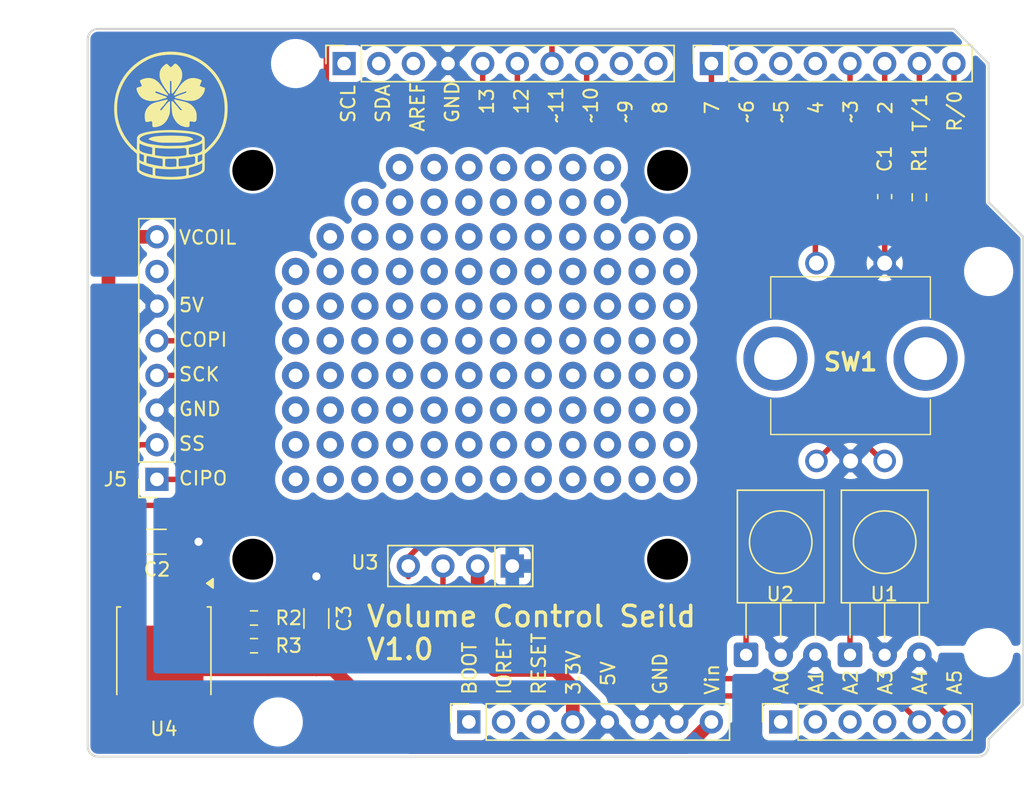
<source format=kicad_pcb>
(kicad_pcb (version 20241229) (generator "pcbnew") (generator_version "9.0")
  (title_block (date "mar. 31 mars 2015"))
  (layers (0 "F.Cu" signal) (2 "B.Cu" signal) (13 "F.Paste" user) (15 "B.Paste" user) (5 "F.SilkS" user "F.Silkscreen") (7 "B.SilkS" user "B.Silkscreen") (1 "F.Mask" user) (3 "B.Mask" user) (25 "Edge.Cuts" user))
  (net 0 "")
  (net 1 "GND")
  (net 3 "+5V")
  (net 4 "/IOREF")
  (net 5 "/A0")
  (net 6 "/A1")
  (net 7 "/A2")
  (net 8 "/A3")
  (net 9 "/7")
  (net 10 "/4")
  (net 11 "/2")
  (net 12 "/*6")
  (net 13 "/*5")
  (net 14 "/*3")
  (net 15 "+3.3V")
  (net 16 "/Vin")
  (net 17 "/~{RESET}")
  (net 18 "/A5")
  (net 19 "/A4")
  (net 20 "/1")
  (net 21 "/0")
  (net 22 "Net-(U2-OUT)")
  (net 23 "/COPI")
  (net 24 "/AREF")
  (net 25 "/13")
  (net 26 "/SCL")
  (net 27 "/SS")
  (net 28 "/~9")
  (net 29 "/SDA")
  (net 30 "/12")
  (net 31 "/8")
  (net 33 "/VCOIL")
  (net 34 "Net-(U4-ADJ)")
  (footprint "Connector_PinSocket_2.54mm:PinSocket_1x08_P2.54mm_Vertical" (layer "F.Cu") (at 127.94 97.46 90)
    (property "Reference" "J1" (hide yes))
    (property "Value" "Power")
    (pad "1" thru_hole rect (at 0 0 90) (size 1.7 1.7) (drill 1) (layers "*.Cu" "*.Mask"))
    (pad "2" thru_hole circle (at 0 2.54 90) (size 1.7 1.7) (drill 1) (layers "*.Cu" "*.Mask") (net 4 "/IOREF"))
    (pad "3" thru_hole circle (at 0 5.08 90) (size 1.7 1.7) (drill 1) (layers "*.Cu" "*.Mask") (net 17 "/~{RESET}"))
    (pad "4" thru_hole circle (at 0 7.62 90) (size 1.7 1.7) (drill 1) (layers "*.Cu" "*.Mask") (net 15 "+3.3V"))
    (pad "5" thru_hole circle (at 0 10.16 90) (size 1.7 1.7) (drill 1) (layers "*.Cu" "*.Mask") (net 3 "+5V"))
    (pad "6" thru_hole circle (at 0 12.7 90) (size 1.7 1.7) (drill 1) (layers "*.Cu" "*.Mask") (net 1 "GND"))
    (pad "7" thru_hole circle (at 0 15.24 90) (size 1.7 1.7) (drill 1) (layers "*.Cu" "*.Mask") (net 1 "GND"))
    (pad "8" thru_hole circle (at 0 17.78 90) (size 1.7 1.7) (drill 1) (layers "*.Cu" "*.Mask") (net 16 "/Vin"))
  )
  (footprint "Connector_PinSocket_2.54mm:PinSocket_1x06_P2.54mm_Vertical" (layer "F.Cu") (at 150.8 97.46 90)
    (property "Reference" "J3" (hide yes))
    (property "Value" "Analog")
    (pad "1" thru_hole rect (at 0 0 90) (size 1.7 1.7) (drill 1) (layers "*.Cu" "*.Mask") (net 5 "/A0"))
    (pad "2" thru_hole circle (at 0 2.54 90) (size 1.7 1.7) (drill 1) (layers "*.Cu" "*.Mask") (net 6 "/A1"))
    (pad "3" thru_hole circle (at 0 5.08 90) (size 1.7 1.7) (drill 1) (layers "*.Cu" "*.Mask") (net 7 "/A2"))
    (pad "4" thru_hole circle (at 0 7.62 90) (size 1.7 1.7) (drill 1) (layers "*.Cu" "*.Mask") (net 8 "/A3"))
    (pad "5" thru_hole circle (at 0 10.16 90) (size 1.7 1.7) (drill 1) (layers "*.Cu" "*.Mask") (net 19 "/A4"))
    (pad "6" thru_hole circle (at 0 12.7 90) (size 1.7 1.7) (drill 1) (layers "*.Cu" "*.Mask") (net 18 "/A5"))
  )
  (footprint "Connector_PinSocket_2.54mm:PinSocket_1x10_P2.54mm_Vertical" (layer "F.Cu") (at 118.796 49.2 90)
    (property "Reference" "J2" (hide yes))
    (property "Value" "Digital/PWM")
    (pad "1" thru_hole rect (at 0 0 90) (size 1.7 1.7) (drill 1) (layers "*.Cu" "*.Mask") (net 26 "/SCL"))
    (pad "2" thru_hole circle (at 0 2.54 90) (size 1.7 1.7) (drill 1) (layers "*.Cu" "*.Mask") (net 29 "/SDA"))
    (pad "3" thru_hole circle (at 0 5.08 90) (size 1.7 1.7) (drill 1) (layers "*.Cu" "*.Mask") (net 24 "/AREF"))
    (pad "4" thru_hole circle (at 0 7.62 90) (size 1.7 1.7) (drill 1) (layers "*.Cu" "*.Mask") (net 1 "GND"))
    (pad "5" thru_hole circle (at 0 10.16 90) (size 1.7 1.7) (drill 1) (layers "*.Cu" "*.Mask") (net 25 "/13"))
    (pad "6" thru_hole circle (at 0 12.7 90) (size 1.7 1.7) (drill 1) (layers "*.Cu" "*.Mask") (net 30 "/12"))
    (pad "7" thru_hole circle (at 0 15.24 90) (size 1.7 1.7) (drill 1) (layers "*.Cu" "*.Mask") (net 23 "/COPI"))
    (pad "8" thru_hole circle (at 0 17.78 90) (size 1.7 1.7) (drill 1) (layers "*.Cu" "*.Mask") (net 27 "/SS"))
    (pad "9" thru_hole circle (at 0 20.32 90) (size 1.7 1.7) (drill 1) (layers "*.Cu" "*.Mask") (net 28 "/~9"))
    (pad "10" thru_hole circle (at 0 22.86 90) (size 1.7 1.7) (drill 1) (layers "*.Cu" "*.Mask") (net 31 "/8"))
  )
  (footprint "Connector_PinSocket_2.54mm:PinSocket_1x08_P2.54mm_Vertical" (layer "F.Cu") (at 145.72 49.2 90)
    (property "Reference" "J4" (hide yes))
    (property "Value" "Digital/PWM")
    (pad "1" thru_hole rect (at 0 0 90) (size 1.7 1.7) (drill 1) (layers "*.Cu" "*.Mask") (net 9 "/7"))
    (pad "2" thru_hole circle (at 0 2.54 90) (size 1.7 1.7) (drill 1) (layers "*.Cu" "*.Mask") (net 12 "/*6"))
    (pad "3" thru_hole circle (at 0 5.08 90) (size 1.7 1.7) (drill 1) (layers "*.Cu" "*.Mask") (net 13 "/*5"))
    (pad "4" thru_hole circle (at 0 7.62 90) (size 1.7 1.7) (drill 1) (layers "*.Cu" "*.Mask") (net 10 "/4"))
    (pad "5" thru_hole circle (at 0 10.16 90) (size 1.7 1.7) (drill 1) (layers "*.Cu" "*.Mask") (net 14 "/*3"))
    (pad "6" thru_hole circle (at 0 12.7 90) (size 1.7 1.7) (drill 1) (layers "*.Cu" "*.Mask") (net 11 "/2"))
    (pad "7" thru_hole circle (at 0 15.24 90) (size 1.7 1.7) (drill 1) (layers "*.Cu" "*.Mask") (net 20 "/1"))
    (pad "8" thru_hole circle (at 0 17.78 90) (size 1.7 1.7) (drill 1) (layers "*.Cu" "*.Mask") (net 21 "/0"))
  )
  (footprint "myfootprint:PAD4X4_CHAMFER6" (layer "F.Cu") (at 115.24 56.82)
    (property "Reference" "REF**" (hide yes))
    (property "Value" "PAD4X4_CHAMFER6" (hide yes))
    (pad "4" thru_hole circle (at 7.62 0) (size 2 2) (drill 1) (layers "*.Cu" "*.Mask"))
    (pad "7" thru_hole circle (at 5.08 2.54) (size 2 2) (drill 1) (layers "*.Cu" "*.Mask"))
    (pad "8" thru_hole circle (at 7.62 2.54) (size 2 2) (drill 1) (layers "*.Cu" "*.Mask"))
    (pad "10" thru_hole circle (at 2.54 5.08) (size 2 2) (drill 1) (layers "*.Cu" "*.Mask"))
    (pad "11" thru_hole circle (at 5.08 5.08) (size 2 2) (drill 1) (layers "*.Cu" "*.Mask"))
    (pad "12" thru_hole circle (at 7.62 5.08) (size 2 2) (drill 1) (layers "*.Cu" "*.Mask"))
    (pad "13" thru_hole circle (at 0 7.62) (size 2 2) (drill 1) (layers "*.Cu" "*.Mask"))
    (pad "14" thru_hole circle (at 2.54 7.62) (size 2 2) (drill 1) (layers "*.Cu" "*.Mask"))
    (pad "15" thru_hole circle (at 5.08 7.62) (size 2 2) (drill 1) (layers "*.Cu" "*.Mask"))
    (pad "16" thru_hole circle (at 7.62 7.62) (size 2 2) (drill 1) (layers "*.Cu" "*.Mask"))
  )
  (footprint "Package_TO_SOT_SMD:TO-252-2" (layer "F.Cu") (at 105.587 92.34 -90)
    (property "Reference" "U4" (at 5.628 -0.001 180) (layer "F.SilkS"))
    (property "Value" "LM317_TO-252")
    (pad "1" smd roundrect (at -5.04 -2.28 270) (size 2.2 1.2) (layers "F.Cu" "F.Mask" "F.Paste") (roundrect_rratio 0.208333) (net 34 "Net-(U4-ADJ)"))
    (pad "2" smd roundrect (at 1.26 0 270) (size 6.4 5.8) (layers "F.Cu" "F.Mask") (roundrect_rratio 0.043103) (net 16 "/Vin"))
    (pad "3" smd roundrect (at -5.04 2.28 270) (size 2.2 1.2) (layers "F.Cu" "F.Mask" "F.Paste") (roundrect_rratio 0.208333) (net 33 "/VCOIL"))
  )
  (footprint "myfootprint:OLED_4pin_1.3_128X64" (layer "F.Cu") (at 127.305 71.28 180)
    (property "Reference" "U3" (at 6.985 -14.496 180) (layer "F.SilkS"))
    (property "Value" "OLED SSH1106")
    (pad "" np_thru_hole circle (at -15.2 -14.25 180) (size 3 3) (drill 3) (layers "*.Mask"))
    (pad "" np_thru_hole circle (at -15.2 14.25 180) (size 3 3) (drill 3) (layers "*.Mask"))
    (pad "" np_thru_hole circle (at 15.2 -14.25 180) (size 3 3) (drill 3) (layers "*.Mask"))
    (pad "" np_thru_hole circle (at 15.2 14.25 180) (size 3 3) (drill 3) (layers "*.Mask"))
    (pad "1" thru_hole rect (at -3.82 -14.75 180) (size 1.7 1.7) (drill 1) (layers "*.Cu" "*.Mask") (net 1 "GND"))
    (pad "2" thru_hole circle (at -1.28 -14.75 180) (size 1.7 1.7) (drill 1) (layers "*.Cu" "*.Mask") (net 15 "+3.3V"))
    (pad "3" thru_hole circle (at 1.26 -14.75 180) (size 1.7 1.7) (drill 1) (layers "*.Cu" "*.Mask") (net 18 "/A5"))
    (pad "4" thru_hole circle (at 3.8 -14.75 180) (size 1.7 1.7) (drill 1) (layers "*.Cu" "*.Mask") (net 19 "/A4"))
  )
  (footprint "myfootprint:EC11E15204A3" (layer "F.Cu") (at 153.42 78.33)
    (property "Reference" "SW1" (at 2.5 -7.25 0) (layer "F.SilkS") (effects (font (size 1.27 1.27) (thickness 0.254))))
    (property "Value" "EC11E15204A3" (hide yes))
    (pad "A1" thru_hole circle (at 0 0) (size 1.65 1.65) (drill 1.1) (layers "*.Cu" "*.Mask") (net 14 "/*3"))
    (pad "B1" thru_hole circle (at 5 0) (size 1.65 1.65) (drill 1.1) (layers "*.Cu" "*.Mask") (net 11 "/2"))
    (pad "C1" thru_hole circle (at 2.5 0) (size 1.65 1.65) (drill 1.1) (layers "*.Cu" "*.Mask") (net 1 "GND"))
    (pad "D1" thru_hole circle (at 0 -14.5) (size 1.65 1.65) (drill 1.1) (layers "*.Cu" "*.Mask") (net 9 "/7"))
    (pad "D2" thru_hole circle (at 5 -14.5) (size 1.65 1.65) (drill 1.1) (layers "*.Cu" "*.Mask") (net 1 "GND"))
    (pad "MH1" thru_hole circle (at -3 -7.5) (size 4.708 4.708) (drill 3.1385) (layers "*.Cu" "*.Mask"))
    (pad "MH2" thru_hole circle (at 8 -7.5) (size 4.708 4.708) (drill 3.1385) (layers "*.Cu" "*.Mask"))
  )
  (footprint "Capacitor_SMD:C_0603_1608Metric_Pad1.08x0.95mm_HandSolder" (layer "F.Cu") (at 158.42 58.952501 -90)
    (property "Reference" "C1" (at -2.767501 0 90) (layer "F.SilkS"))
    (property "Value" "100p")
    (pad "1" smd roundrect (at -0.8625 0 270) (size 1.075 0.95) (layers "F.Cu" "F.Mask" "F.Paste") (net 20 "/1"))
    (pad "2" smd roundrect (at 0.8625 0 270) (size 1.075 0.95) (layers "F.Cu" "F.Mask" "F.Paste") (net 1 "GND"))
  )
  (footprint "myfootprint:logo_sakurai_fsilk" (layer "F.Cu") (at 106.096 53.01)
    (property "Reference" "G***" (hide yes))
    (property "Value" "LOGO" (hide yes))
  )
  (footprint "myfootprint:PAD4X4" (layer "F.Cu") (at 125.4 66.98)
    (property "Reference" "REF**" (hide yes))
    (property "Value" "PAD4X4" (hide yes))
    (pad "1" thru_hole circle (at 0 0) (size 2 2) (drill 1) (layers "*.Cu" "*.Mask"))
    (pad "2" thru_hole circle (at 2.54 0) (size 2 2) (drill 1) (layers "*.Cu" "*.Mask"))
    (pad "3" thru_hole circle (at 5.08 0) (size 2 2) (drill 1) (layers "*.Cu" "*.Mask"))
    (pad "4" thru_hole circle (at 7.62 0) (size 2 2) (drill 1) (layers "*.Cu" "*.Mask"))
    (pad "5" thru_hole circle (at 0 2.54) (size 2 2) (drill 1) (layers "*.Cu" "*.Mask"))
    (pad "6" thru_hole circle (at 2.54 2.54) (size 2 2) (drill 1) (layers "*.Cu" "*.Mask"))
    (pad "7" thru_hole circle (at 5.08 2.54) (size 2 2) (drill 1) (layers "*.Cu" "*.Mask"))
    (pad "8" thru_hole circle (at 7.62 2.54) (size 2 2) (drill 1) (layers "*.Cu" "*.Mask"))
    (pad "9" thru_hole circle (at 0 5.08) (size 2 2) (drill 1) (layers "*.Cu" "*.Mask"))
    (pad "10" thru_hole circle (at 2.54 5.08) (size 2 2) (drill 1) (layers "*.Cu" "*.Mask"))
    (pad "11" thru_hole circle (at 5.08 5.08) (size 2 2) (drill 1) (layers "*.Cu" "*.Mask"))
    (pad "12" thru_hole circle (at 7.62 5.08) (size 2 2) (drill 1) (layers "*.Cu" "*.Mask"))
    (pad "13" thru_hole circle (at 0 7.62) (size 2 2) (drill 1) (layers "*.Cu" "*.Mask"))
    (pad "14" thru_hole circle (at 2.54 7.62) (size 2 2) (drill 1) (layers "*.Cu" "*.Mask"))
    (pad "15" thru_hole circle (at 5.08 7.62) (size 2 2) (drill 1) (layers "*.Cu" "*.Mask"))
    (pad "16" thru_hole circle (at 7.62 7.62) (size 2 2) (drill 1) (layers "*.Cu" "*.Mask"))
  )
  (footprint "myfootprint:PAD4X4" (layer "F.Cu") (at 135.56 66.98)
    (property "Reference" "REF**" (hide yes))
    (property "Value" "PAD4X4" (hide yes))
    (pad "1" thru_hole circle (at 0 0) (size 2 2) (drill 1) (layers "*.Cu" "*.Mask"))
    (pad "2" thru_hole circle (at 2.54 0) (size 2 2) (drill 1) (layers "*.Cu" "*.Mask"))
    (pad "3" thru_hole circle (at 5.08 0) (size 2 2) (drill 1) (layers "*.Cu" "*.Mask"))
    (pad "4" thru_hole circle (at 7.62 0) (size 2 2) (drill 1) (layers "*.Cu" "*.Mask"))
    (pad "5" thru_hole circle (at 0 2.54) (size 2 2) (drill 1) (layers "*.Cu" "*.Mask"))
    (pad "6" thru_hole circle (at 2.54 2.54) (size 2 2) (drill 1) (layers "*.Cu" "*.Mask"))
    (pad "7" thru_hole circle (at 5.08 2.54) (size 2 2) (drill 1) (layers "*.Cu" "*.Mask"))
    (pad "8" thru_hole circle (at 7.62 2.54) (size 2 2) (drill 1) (layers "*.Cu" "*.Mask"))
    (pad "9" thru_hole circle (at 0 5.08) (size 2 2) (drill 1) (layers "*.Cu" "*.Mask"))
    (pad "10" thru_hole circle (at 2.54 5.08) (size 2 2) (drill 1) (layers "*.Cu" "*.Mask"))
    (pad "11" thru_hole circle (at 5.08 5.08) (size 2 2) (drill 1) (layers "*.Cu" "*.Mask"))
    (pad "12" thru_hole circle (at 7.62 5.08) (size 2 2) (drill 1) (layers "*.Cu" "*.Mask"))
    (pad "13" thru_hole circle (at 0 7.62) (size 2 2) (drill 1) (layers "*.Cu" "*.Mask"))
    (pad "14" thru_hole circle (at 2.54 7.62) (size 2 2) (drill 1) (layers "*.Cu" "*.Mask"))
    (pad "15" thru_hole circle (at 5.08 7.62) (size 2 2) (drill 1) (layers "*.Cu" "*.Mask"))
    (pad "16" thru_hole circle (at 7.62 7.62) (size 2 2) (drill 1) (layers "*.Cu" "*.Mask"))
  )
  (footprint "myfootprint:PAD4X2" (layer "F.Cu") (at 115.24 77.14)
    (property "Reference" "REF**" (hide yes))
    (property "Value" "PAD4X2" (hide yes))
    (pad "1" thru_hole circle (at 0 0) (size 2 2) (drill 1) (layers "*.Cu" "*.Mask"))
    (pad "2" thru_hole circle (at 2.54 0) (size 2 2) (drill 1) (layers "*.Cu" "*.Mask"))
    (pad "3" thru_hole circle (at 5.08 0) (size 2 2) (drill 1) (layers "*.Cu" "*.Mask"))
    (pad "4" thru_hole circle (at 7.62 0) (size 2 2) (drill 1) (layers "*.Cu" "*.Mask"))
    (pad "5" thru_hole circle (at 0 2.54) (size 2 2) (drill 1) (layers "*.Cu" "*.Mask"))
    (pad "6" thru_hole circle (at 2.54 2.54) (size 2 2) (drill 1) (layers "*.Cu" "*.Mask"))
    (pad "7" thru_hole circle (at 5.08 2.54) (size 2 2) (drill 1) (layers "*.Cu" "*.Mask"))
    (pad "8" thru_hole circle (at 7.62 2.54) (size 2 2) (drill 1) (layers "*.Cu" "*.Mask"))
  )
  (footprint "myfootprint:PAD4X2" (layer "F.Cu") (at 135.56 77.14)
    (property "Reference" "REF**" (hide yes))
    (property "Value" "PAD4X2" (hide yes))
    (pad "1" thru_hole circle (at 0 0) (size 2 2) (drill 1) (layers "*.Cu" "*.Mask"))
    (pad "2" thru_hole circle (at 2.54 0) (size 2 2) (drill 1) (layers "*.Cu" "*.Mask"))
    (pad "3" thru_hole circle (at 5.08 0) (size 2 2) (drill 1) (layers "*.Cu" "*.Mask"))
    (pad "4" thru_hole circle (at 7.62 0) (size 2 2) (drill 1) (layers "*.Cu" "*.Mask"))
    (pad "5" thru_hole circle (at 0 2.54) (size 2 2) (drill 1) (layers "*.Cu" "*.Mask"))
    (pad "6" thru_hole circle (at 2.54 2.54) (size 2 2) (drill 1) (layers "*.Cu" "*.Mask"))
    (pad "7" thru_hole circle (at 5.08 2.54) (size 2 2) (drill 1) (layers "*.Cu" "*.Mask"))
    (pad "8" thru_hole circle (at 7.62 2.54) (size 2 2) (drill 1) (layers "*.Cu" "*.Mask"))
  )
  (footprint "Arduino_MountingHole:MountingHole_3.2mm" (layer "F.Cu") (at 115.24 49.2)
    (property "Reference" "MH1" (hide yes))
    (property "Value" "MountingHole_3.2mm" (hide yes))
    (pad "" np_thru_hole circle (at 0 0) (size 3.2 3.2) (drill 3.2) (layers "*.Cu" "*.Mask"))
  )
  (footprint "myfootprint:Vishay_MOLD-3Pin Folded" (layer "F.Cu") (at 148.26 92.5375)
    (property "Reference" "U2" (at 2.5 -4.445 0) (layer "F.SilkS"))
    (property "Value" "TSOP7000")
    (pad "1" thru_hole roundrect (at 0 0) (size 1.8 1.8) (drill 0.9) (layers "*.Cu" "*.Mask") (roundrect_rratio 0.138) (net 22 "Net-(U2-OUT)"))
    (pad "2" thru_hole circle (at 2.54 0) (size 1.8 1.8) (drill 0.9) (layers "*.Cu" "*.Mask") (net 1 "GND"))
    (pad "3" thru_hole circle (at 5.08 0) (size 1.8 1.8) (drill 0.9) (layers "*.Cu" "*.Mask") (net 3 "+5V"))
  )
  (footprint "Connector_PinSocket_2.54mm:PinSocket_1x08_P2.54mm_Vertical" (layer "F.Cu") (at 105.08 79.68 180)
    (property "Reference" "J5" (at 3.048 0 0) (layer "F.SilkS"))
    (property "Value" "Conn_01x08")
    (pad "1" thru_hole rect (at 0 0 180) (size 1.7 1.7) (drill 1) (layers "*.Cu" "*.Mask") (net 30 "/12"))
    (pad "2" thru_hole circle (at 0 2.54 180) (size 1.7 1.7) (drill 1) (layers "*.Cu" "*.Mask") (net 27 "/SS"))
    (pad "3" thru_hole circle (at 0 5.08 180) (size 1.7 1.7) (drill 1) (layers "*.Cu" "*.Mask") (net 1 "GND"))
    (pad "4" thru_hole circle (at 0 7.62 180) (size 1.7 1.7) (drill 1) (layers "*.Cu" "*.Mask") (net 25 "/13"))
    (pad "5" thru_hole circle (at 0 10.16 180) (size 1.7 1.7) (drill 1) (layers "*.Cu" "*.Mask") (net 23 "/COPI"))
    (pad "6" thru_hole circle (at 0 12.7 180) (size 1.7 1.7) (drill 1) (layers "*.Cu" "*.Mask") (net 3 "+5V"))
    (pad "7" thru_hole circle (at 0 15.24 180) (size 1.7 1.7) (drill 1) (layers "*.Cu" "*.Mask"))
    (pad "8" thru_hole circle (at 0 17.78 180) (size 1.7 1.7) (drill 1) (layers "*.Cu" "*.Mask") (net 33 "/VCOIL"))
  )
  (footprint "Resistor_SMD:R_0603_1608Metric_Pad0.98x0.95mm_HandSolder" (layer "F.Cu") (at 112.192 89.84 180)
    (property "Reference" "R2" (at -2.54 0 0) (layer "F.SilkS"))
    (property "Value" "1K")
    (pad "1" smd roundrect (at -0.9125 0 180) (size 0.975 0.95) (layers "F.Cu" "F.Mask" "F.Paste") (net 1 "GND"))
    (pad "2" smd roundrect (at 0.9125 0 180) (size 0.975 0.95) (layers "F.Cu" "F.Mask" "F.Paste") (net 34 "Net-(U4-ADJ)"))
  )
  (footprint "Capacitor_SMD:C_1206_3216Metric_Pad1.33x1.80mm_HandSolder" (layer "F.Cu") (at 116.764 89.8785 90)
    (property "Reference" "C3" (at 0 2.032 90) (layer "F.SilkS"))
    (property "Value" "C")
    (pad "1" smd roundrect (at -1.5625 0 90) (size 1.325 1.8) (layers "F.Cu" "F.Mask" "F.Paste") (roundrect_rratio 0.188679) (net 16 "/Vin"))
    (pad "2" smd roundrect (at 1.5625 0 90) (size 1.325 1.8) (layers "F.Cu" "F.Mask" "F.Paste") (roundrect_rratio 0.188679) (net 1 "GND"))
  )
  (footprint "Resistor_SMD:R_0603_1608Metric_Pad0.98x0.95mm_HandSolder" (layer "F.Cu") (at 112.192 91.872)
    (property "Reference" "R3" (at 2.54 0 0) (layer "F.SilkS"))
    (property "Value" "1K")
    (pad "1" smd roundrect (at -0.9125 0) (size 0.975 0.95) (layers "F.Cu" "F.Mask" "F.Paste") (net 34 "Net-(U4-ADJ)"))
    (pad "2" smd roundrect (at 0.9125 0) (size 0.975 0.95) (layers "F.Cu" "F.Mask" "F.Paste") (net 16 "/Vin"))
  )
  (footprint "myfootprint:PAD4X4_CHAMFER2X2" (layer "F.Cu") (at 143.18 56.82 -90)
    (property "Reference" "REF**" (hide yes))
    (property "Value" "PAD4X4_CHAMFER2X2" (hide yes))
    (pad "3" thru_hole circle (at 5.079999 0 270) (size 2 2) (drill 1) (layers "*.Cu" "*.Mask"))
    (pad "4" thru_hole circle (at 7.62 0 270) (size 2 2) (drill 1) (layers "*.Cu" "*.Mask"))
    (pad "7" thru_hole circle (at 5.08 2.54 270) (size 2 2) (drill 1) (layers "*.Cu" "*.Mask"))
    (pad "8" thru_hole circle (at 7.62 2.54 270) (size 2 2) (drill 1) (layers "*.Cu" "*.Mask"))
    (pad "9" thru_hole circle (at 0 5.079999 270) (size 2 2) (drill 1) (layers "*.Cu" "*.Mask"))
    (pad "10" thru_hole circle (at 2.54 5.08 270) (size 2 2) (drill 1) (layers "*.Cu" "*.Mask"))
    (pad "11" thru_hole circle (at 5.08 5.08 270) (size 2 2) (drill 1) (layers "*.Cu" "*.Mask"))
    (pad "12" thru_hole circle (at 7.62 5.08 270) (size 2 2) (drill 1) (layers "*.Cu" "*.Mask"))
    (pad "13" thru_hole circle (at 0 7.62 270) (size 2 2) (drill 1) (layers "*.Cu" "*.Mask"))
    (pad "14" thru_hole circle (at 2.54 7.62 270) (size 2 2) (drill 1) (layers "*.Cu" "*.Mask"))
    (pad "15" thru_hole circle (at 5.08 7.62 270) (size 2 2) (drill 1) (layers "*.Cu" "*.Mask"))
    (pad "16" thru_hole circle (at 7.62 7.62 270) (size 2 2) (drill 1) (layers "*.Cu" "*.Mask"))
  )
  (footprint "myfootprint:Vishay_MOLD-3Pin Folded" (layer "F.Cu") (at 155.88 92.5375)
    (property "Reference" "U1" (at 2.5 -4.445 0) (layer "F.SilkS"))
    (property "Value" "TSOP4838(?)")
    (pad "1" thru_hole roundrect (at 0 0) (size 1.8 1.8) (drill 0.9) (layers "*.Cu" "*.Mask") (roundrect_rratio 0.138) (net 21 "/0"))
    (pad "2" thru_hole circle (at 2.54 0) (size 1.8 1.8) (drill 0.9) (layers "*.Cu" "*.Mask") (net 1 "GND"))
    (pad "3" thru_hole circle (at 5.08 0) (size 1.8 1.8) (drill 0.9) (layers "*.Cu" "*.Mask") (net 3 "+5V"))
  )
  (footprint "Resistor_SMD:R_0603_1608Metric_Pad0.98x0.95mm_HandSolder" (layer "F.Cu") (at 160.96 59.0025 90)
    (property "Reference" "R1" (at 2.8175 0 90) (layer "F.SilkS"))
    (property "Value" "1K")
    (pad "1" smd roundrect (at -0.9125 0 90) (size 0.975 0.95) (layers "F.Cu" "F.Mask" "F.Paste") (net 22 "Net-(U2-OUT)"))
    (pad "2" smd roundrect (at 0.9125 0 90) (size 0.975 0.95) (layers "F.Cu" "F.Mask" "F.Paste") (net 20 "/1"))
  )
  (footprint "Capacitor_SMD:C_1206_3216Metric_Pad1.33x1.80mm_HandSolder" (layer "F.Cu") (at 105.0415 84.252)
    (property "Reference" "C2" (at 0.0385 2.032 0) (layer "F.SilkS"))
    (property "Value" "C")
    (pad "1" smd roundrect (at -1.5625 0) (size 1.325 1.8) (layers "F.Cu" "F.Mask" "F.Paste") (roundrect_rratio 0.188679) (net 33 "/VCOIL"))
    (pad "2" smd roundrect (at 1.5625 0) (size 1.325 1.8) (layers "F.Cu" "F.Mask" "F.Paste") (roundrect_rratio 0.188679) (net 1 "GND"))
  )
  (footprint "Arduino_MountingHole:MountingHole_3.2mm" (layer "F.Cu") (at 113.97 97.46)
    (property "Reference" "MH2" (hide yes))
    (property "Value" "MountingHole_3.2mm" (hide yes))
    (pad "" np_thru_hole circle (at 0 0) (size 3.2 3.2) (drill 3.2) (layers "*.Cu" "*.Mask"))
  )
  (footprint "myfootprint:PAD4X4" (layer "F.Cu") (at 125.4 56.82)
    (property "Reference" "REF**" (hide yes))
    (property "Value" "PAD4X4" (hide yes))
    (pad "1" thru_hole circle (at 0 0) (size 2 2) (drill 1) (layers "*.Cu" "*.Mask"))
    (pad "2" thru_hole circle (at 2.54 0) (size 2 2) (drill 1) (layers "*.Cu" "*.Mask"))
    (pad "3" thru_hole circle (at 5.08 0) (size 2 2) (drill 1) (layers "*.Cu" "*.Mask"))
    (pad "4" thru_hole circle (at 7.62 0) (size 2 2) (drill 1) (layers "*.Cu" "*.Mask"))
    (pad "5" thru_hole circle (at 0 2.54) (size 2 2) (drill 1) (layers "*.Cu" "*.Mask"))
    (pad "6" thru_hole circle (at 2.54 2.54) (size 2 2) (drill 1) (layers "*.Cu" "*.Mask"))
    (pad "7" thru_hole circle (at 5.08 2.54) (size 2 2) (drill 1) (layers "*.Cu" "*.Mask"))
    (pad "8" thru_hole circle (at 7.62 2.54) (size 2 2) (drill 1) (layers "*.Cu" "*.Mask"))
    (pad "9" thru_hole circle (at 0 5.08) (size 2 2) (drill 1) (layers "*.Cu" "*.Mask"))
    (pad "10" thru_hole circle (at 2.54 5.08) (size 2 2) (drill 1) (layers "*.Cu" "*.Mask"))
    (pad "11" thru_hole circle (at 5.08 5.08) (size 2 2) (drill 1) (layers "*.Cu" "*.Mask"))
    (pad "12" thru_hole circle (at 7.62 5.08) (size 2 2) (drill 1) (layers "*.Cu" "*.Mask"))
    (pad "13" thru_hole circle (at 0 7.62) (size 2 2) (drill 1) (layers "*.Cu" "*.Mask"))
    (pad "14" thru_hole circle (at 2.54 7.62) (size 2 2) (drill 1) (layers "*.Cu" "*.Mask"))
    (pad "15" thru_hole circle (at 5.08 7.62) (size 2 2) (drill 1) (layers "*.Cu" "*.Mask"))
    (pad "16" thru_hole circle (at 7.62 7.62) (size 2 2) (drill 1) (layers "*.Cu" "*.Mask"))
  )
  (footprint "Arduino_MountingHole:MountingHole_3.2mm" (layer "F.Cu") (at 166.04 64.44)
    (property "Reference" "MH3" (hide yes))
    (property "Value" "MountingHole_3.2mm" (hide yes))
    (pad "" np_thru_hole circle (at 0 0) (size 3.2 3.2) (drill 3.2) (layers "*.Cu" "*.Mask"))
  )
  (footprint "Arduino_MountingHole:MountingHole_3.2mm" (layer "F.Cu") (at 166.04 92.38)
    (property "Reference" "MH4" (hide yes))
    (property "Value" "MountingHole_3.2mm" (hide yes))
    (pad "" np_thru_hole circle (at 0 0) (size 3.2 3.2) (drill 3.2) (layers "*.Cu" "*.Mask"))
  )
  (footprint "myfootprint:PAD4X4" (layer "F.Cu") (at 115.24 66.98)
    (property "Reference" "REF**" (hide yes))
    (property "Value" "PAD4X4" (hide yes))
    (pad "1" thru_hole circle (at 0 0) (size 2 2) (drill 1) (layers "*.Cu" "*.Mask"))
    (pad "2" thru_hole circle (at 2.54 0) (size 2 2) (drill 1) (layers "*.Cu" "*.Mask"))
    (pad "3" thru_hole circle (at 5.08 0) (size 2 2) (drill 1) (layers "*.Cu" "*.Mask"))
    (pad "4" thru_hole circle (at 7.62 0) (size 2 2) (drill 1) (layers "*.Cu" "*.Mask"))
    (pad "5" thru_hole circle (at 0 2.54) (size 2 2) (drill 1) (layers "*.Cu" "*.Mask"))
    (pad "6" thru_hole circle (at 2.54 2.54) (size 2 2) (drill 1) (layers "*.Cu" "*.Mask"))
    (pad "7" thru_hole circle (at 5.08 2.54) (size 2 2) (drill 1) (layers "*.Cu" "*.Mask"))
    (pad "8" thru_hole circle (at 7.62 2.54) (size 2 2) (drill 1) (layers "*.Cu" "*.Mask"))
    (pad "9" thru_hole circle (at 0 5.08) (size 2 2) (drill 1) (layers "*.Cu" "*.Mask"))
    (pad "10" thru_hole circle (at 2.54 5.08) (size 2 2) (drill 1) (layers "*.Cu" "*.Mask"))
    (pad "11" thru_hole circle (at 5.08 5.08) (size 2 2) (drill 1) (layers "*.Cu" "*.Mask"))
    (pad "12" thru_hole circle (at 7.62 5.08) (size 2 2) (drill 1) (layers "*.Cu" "*.Mask"))
    (pad "13" thru_hole circle (at 0 7.62) (size 2 2) (drill 1) (layers "*.Cu" "*.Mask"))
    (pad "14" thru_hole circle (at 2.54 7.62) (size 2 2) (drill 1) (layers "*.Cu" "*.Mask"))
    (pad "15" thru_hole circle (at 5.08 7.62) (size 2 2) (drill 1) (layers "*.Cu" "*.Mask"))
    (pad "16" thru_hole circle (at 7.62 7.62) (size 2 2) (drill 1) (layers "*.Cu" "*.Mask"))
  )
  (footprint "myfootprint:PAD4X2" (layer "F.Cu") (at 125.4 77.14)
    (property "Reference" "REF**" (hide yes))
    (property "Value" "PAD4X2" (hide yes))
    (pad "1" thru_hole circle (at 0 0) (size 2 2) (drill 1) (layers "*.Cu" "*.Mask"))
    (pad "2" thru_hole circle (at 2.54 0) (size 2 2) (drill 1) (layers "*.Cu" "*.Mask"))
    (pad "3" thru_hole circle (at 5.08 0) (size 2 2) (drill 1) (layers "*.Cu" "*.Mask"))
    (pad "4" thru_hole circle (at 7.62 0) (size 2 2) (drill 1) (layers "*.Cu" "*.Mask"))
    (pad "5" thru_hole circle (at 0 2.54) (size 2 2) (drill 1) (layers "*.Cu" "*.Mask"))
    (pad "6" thru_hole circle (at 2.54 2.54) (size 2 2) (drill 1) (layers "*.Cu" "*.Mask"))
    (pad "7" thru_hole circle (at 5.08 2.54) (size 2 2) (drill 1) (layers "*.Cu" "*.Mask"))
    (pad "8" thru_hole circle (at 7.62 2.54) (size 2 2) (drill 1) (layers "*.Cu" "*.Mask"))
  )
  (gr_line (start 166.04 59.36) (end 168.58 61.9) (stroke (width 0.15)) (layer "Edge.Cuts"))
  (gr_line (start 100 99.238) (end 100 47.422) (stroke (width 0.15)) (layer "Edge.Cuts"))
  (gr_line (start 168.58 61.9) (end 168.58 96.19) (stroke (width 0.15)) (layer "Edge.Cuts"))
  (gr_line (start 165.278 100) (end 100.762 100) (stroke (width 0.15)) (layer "Edge.Cuts"))
  (gr_line (start 100.762 46.66) (end 163.5 46.66) (stroke (width 0.15)) (layer "Edge.Cuts"))
  (gr_arc (start 100.762 100) (mid 100.223185 99.776815) (end 100 99.238) (stroke (width 0.15)) (layer "Edge.Cuts"))
  (gr_line (start 168.58 96.19) (end 166.04 98.73) (stroke (width 0.15)) (layer "Edge.Cuts"))
  (gr_line (start 163.5 46.66) (end 166.04 49.2) (stroke (width 0.15)) (layer "Edge.Cuts"))
  (gr_arc (start 166.04 99.238) (mid 165.816815 99.776815) (end 165.278 100) (stroke (width 0.15)) (layer "Edge.Cuts"))
  (gr_line (start 166.04 49.2) (end 166.04 59.36) (stroke (width 0.15)) (layer "Edge.Cuts"))
  (gr_line (start 166.04 98.73) (end 166.04 99.238) (stroke (width 0.15)) (layer "Edge.Cuts"))
  (gr_arc (start 100 47.422) (mid 100.223185 46.883185) (end 100.762 46.66) (stroke (width 0.15)) (layer "Edge.Cuts"))
  (gr_text "5V" (at 106.604 67.488 0) (layer "F.SilkS") (effects (font (size 1 1)) (justify left bottom)))
  (gr_text "7" (at 146.355 53.01 90) (layer "F.SilkS") (effects (font (size 1 1)) (justify left bottom)))
  (gr_text "SCK" (at 106.604 72.568 0) (layer "F.SilkS") (effects (font (size 1 1)) (justify left bottom)))
  (gr_text "A5" (at 164.135 95.555 90) (layer "F.SilkS") (effects (font (size 1 1)) (justify left bottom)))
  (gr_text "3.3V" (at 136.195 95.555 90) (layer "F.SilkS") (effects (font (size 1 1)) (justify left bottom)))
  (gr_text "Vin" (at 146.355 95.555 90) (layer "F.SilkS") (effects (font (size 1 1)) (justify left bottom)))
  (gr_text "IOREF" (at 131.115 95.555 90) (layer "F.SilkS") (effects (font (size 1 1)) (justify left bottom)))
  (gr_text "A4" (at 161.595 95.555 90) (layer "F.SilkS") (effects (font (size 1 1)) (justify left bottom)))
  (gr_text "SCL" (at 119.685 53.645 90) (layer "F.SilkS") (effects (font (size 1 1)) (justify left bottom)))
  (gr_text "8" (at 142.545 53.01 90) (layer "F.SilkS") (effects (font (size 1 1)) (justify left bottom)))
  (gr_text "CIPO" (at 106.604 80.188 0) (layer "F.SilkS") (effects (font (size 1 1)) (justify left bottom)))
  (gr_text "13" (at 129.845 53.01 90) (layer "F.SilkS") (effects (font (size 1 1)) (justify left bottom)))
  (gr_text "Volume Control Seild \nV1.0" (at 120.32 93.015 0) (layer "F.SilkS") (effects (font (size 1.5 1.5) (thickness 0.25) (bold yes)) (justify left bottom)))
  (gr_text "A2" (at 156.515 95.555 90) (layer "F.SilkS") (effects (font (size 1 1)) (justify left bottom)))
  (gr_text "R/0" (at 164.135 54.28 90) (layer "F.SilkS") (effects (font (size 1 1)) (justify left bottom)))
  (gr_text "~9" (at 140.005 53.645 90) (layer "F.SilkS") (effects (font (size 1 1)) (justify left bottom)))
  (gr_text "SS" (at 106.604 77.648 0) (layer "F.SilkS") (effects (font (size 1 1)) (justify left bottom)))
  (gr_text "12" (at 132.385 53.01 90) (layer "F.SilkS") (effects (font (size 1 1)) (justify left bottom)))
  (gr_text "A0" (at 151.435 95.555 90) (layer "F.SilkS") (effects (font (size 1 1)) (justify left bottom)))
  (gr_text "SDA" (at 122.225 53.645 90) (layer "F.SilkS") (effects (font (size 1 1)) (justify left bottom)))
  (gr_text "T/1" (at 161.595 54.28 90) (layer "F.SilkS") (effects (font (size 1 1)) (justify left bottom)))
  (gr_text "5V" (at 138.735 94.92 90) (layer "F.SilkS") (effects (font (size 1 1)) (justify left bottom)))
  (gr_text "GND" (at 127.305 53.645 90) (layer "F.SilkS") (effects (font (size 1 1)) (justify left bottom)))
  (gr_text "A3" (at 159.055 95.555 90) (layer "F.SilkS") (effects (font (size 1 1)) (justify left bottom)))
  (gr_text "~3" (at 156.515 53.645 90) (layer "F.SilkS") (effects (font (size 1 1)) (justify left bottom)))
  (gr_text "2" (at 159.055 53.01 90) (layer "F.SilkS") (effects (font (size 1 1)) (justify left bottom)))
  (gr_text "~6" (at 148.895 53.645 90) (layer "F.SilkS") (effects (font (size 1 1)) (justify left bottom)))
  (gr_text "~11" (at 134.925 53.645 90) (layer "F.SilkS") (effects (font (size 1 1)) (justify left bottom)))
  (gr_text "AREF" (at 124.765 54.28 90) (layer "F.SilkS") (effects (font (size 1 1)) (justify left bottom)))
  (gr_text "~5" (at 151.435 53.645 90) (layer "F.SilkS") (effects (font (size 1 1)) (justify left bottom)))
  (gr_text "GND\n" (at 142.545 95.555 90) (layer "F.SilkS") (effects (font (size 1 1)) (justify left bottom)))
  (gr_text "COPI" (at 106.604 70.028 0) (layer "F.SilkS") (effects (font (size 1 1)) (justify left bottom)))
  (gr_text "A1" (at 153.975 95.555 90) (layer "F.SilkS") (effects (font (size 1 1)) (justify left bottom)))
  (gr_text "RESET" (at 133.655 95.555 90) (layer "F.SilkS") (effects (font (size 1 1)) (justify left bottom)))
  (gr_text "BOOT" (at 128.575 95.555 90) (layer "F.SilkS") (effects (font (size 1 1)) (justify left bottom)))
  (gr_text "4" (at 153.975 53.01 90) (layer "F.SilkS") (effects (font (size 1 1)) (justify left bottom)))
  (gr_text "GND" (at 106.604 75.108 0) (layer "F.SilkS") (effects (font (size 1 1)) (justify left bottom)))
  (gr_text "~10" (at 137.465 53.645 90) (layer "F.SilkS") (effects (font (size 1 1)) (justify left bottom)))
  (gr_text "VCOIL\n" (at 106.604 62.535 0) (layer "F.SilkS") (effects (font (size 1 1)) (justify left bottom)))
  (segment (start 108.128 84.252) (end 106.604 84.252) (width 1) (layer "F.Cu") (net 1))
  (segment (start 116.764 88.316) (end 116.764 86.792) (width 1) (layer "F.Cu") (net 1))
  (segment (start 158.42 63.83) (end 158.34 63.91) (width 0.4) (layer "F.Cu") (net 1))
  (segment (start 113.001 89.7365) (end 113.001 89.539) (width 0.4) (layer "F.Cu") (net 1))
  (segment (start 158.42 59.815002) (end 158.42 63.83) (width 0.4) (layer "F.Cu") (net 1))
  (segment (start 114.224 88.316) (end 116.764 88.316) (width 0.4) (layer "F.Cu") (net 1))
  (segment (start 113.001 89.539) (end 114.224 88.316) (width 0.4) (layer "F.Cu") (net 1))
  (segment (start 113.1045 89.84) (end 113.001 89.7365) (width 0.4) (layer "F.Cu") (net 1))
  (via (at 116.764 86.792) (size 1.2) (drill 0.6) (layers "F.Cu" "B.Cu") (net 1))
  (via (at 108.128 84.252) (size 1.2) (drill 0.6) (layers "F.Cu" "B.Cu") (net 1))
  (segment (start 131.125 86.81) (end 131.125 87.945) (width 0.25) (layer "B.Cu") (net 1))
  (segment (start 153.34 53.01) (end 153.34 63.91) (width 0.4) (layer "F.Cu") (net 9))
  (segment (start 145.72 49.2) (end 145.72 51.105) (width 0.4) (layer "F.Cu") (net 9))
  (segment (start 152.07 51.74) (end 153.34 53.01) (width 0.4) (layer "F.Cu") (net 9))
  (segment (start 146.355 51.74) (end 152.07 51.74) (width 0.4) (layer "F.Cu") (net 9))
  (segment (start 145.72 51.105) (end 146.355 51.74) (width 0.4) (layer "F.Cu") (net 9))
  (segment (start 156.515 76.585) (end 158.34 78.41) (width 0.4) (layer "F.Cu") (net 11))
  (segment (start 158.42 51.105) (end 156.515 53.01) (width 0.4) (layer "F.Cu") (net 11))
  (segment (start 156.515 53.01) (end 156.515 76.585) (width 0.4) (layer "F.Cu") (net 11))
  (segment (start 158.42 49.2) (end 158.42 51.105) (width 0.4) (layer "F.Cu") (net 11))
  (segment (start 155.245 51.74) (end 155.88 51.105) (width 0.4) (layer "F.Cu") (net 14))
  (segment (start 155.245 76.505) (end 155.245 51.74) (width 0.4) (layer "F.Cu") (net 14))
  (segment (start 153.34 78.41) (end 155.245 76.505) (width 0.4) (layer "F.Cu") (net 14))
  (segment (start 155.88 51.105) (end 155.88 49.2) (width 0.4) (layer "F.Cu") (net 14))
  (segment (start 128.585 92.39) (end 128.585 86.81) (width 1) (layer "F.Cu") (net 15))
  (segment (start 129.845 93.65) (end 128.585 92.39) (width 1) (layer "F.Cu") (net 15))
  (segment (start 135.56 94.92) (end 134.29 93.65) (width 1) (layer "F.Cu") (net 15))
  (segment (start 135.56 97.46) (end 135.56 94.92) (width 1) (layer "F.Cu") (net 15))
  (segment (start 134.29 93.65) (end 129.845 93.65) (width 1) (layer "F.Cu") (net 15))
  (segment (start 113.208 93.600001) (end 116.764 93.600001) (width 1) (layer "F.Cu") (net 16))
  (segment (start 143.881 99.299) (end 145.72 97.46) (width 1) (layer "F.Cu") (net 16))
  (segment (start 105.587 93.600001) (end 113.208 93.600001) (width 1) (layer "F.Cu") (net 16))
  (segment (start 113.1045 93.496501) (end 113.208 93.600001) (width 0.4) (layer "F.Cu") (net 16))
  (segment (start 116.764 91.441) (end 116.764 93.600001) (width 1) (layer "F.Cu") (net 16))
  (segment (start 123.683 99.299) (end 143.881 99.299) (width 1) (layer "F.Cu") (net 16))
  (segment (start 113.1045 91.872) (end 113.1045 93.496501) (width 0.4) (layer "F.Cu") (net 16))
  (segment (start 116.764 93.600001) (end 117.984001 93.600001) (width 1) (layer "F.Cu") (net 16))
  (segment (start 117.984001 93.600001) (end 123.683 99.299) (width 1) (layer "F.Cu") (net 16))
  (segment (start 121.844 88.824) (end 125.4 88.824) (width 0.4) (layer "F.Cu") (net 18))
  (segment (start 125.4 88.824) (end 126.045 88.179) (width 0.4) (layer "F.Cu") (net 18))
  (segment (start 120.955 84.76) (end 120.955 87.935) (width 0.4) (layer "F.Cu") (net 18))
  (segment (start 160.325 94.285) (end 145.085 94.285) (width 0.4) (layer "F.Cu") (net 18))
  (segment (start 133.655 82.855) (end 122.86 82.855) (width 0.4) (layer "F.Cu") (net 18))
  (segment (start 163.5 97.46) (end 160.325 94.285) (width 0.4) (layer "F.Cu") (net 18))
  (segment (start 126.045 88.179) (end 126.045 86.81) (width 0.4) (layer "F.Cu") (net 18))
  (segment (start 122.86 82.855) (end 120.955 84.76) (width 0.4) (layer "F.Cu") (net 18))
  (segment (start 120.955 87.935) (end 121.844 88.824) (width 0.4) (layer "F.Cu") (net 18))
  (segment (start 145.085 94.285) (end 133.655 82.855) (width 0.4) (layer "F.Cu") (net 18))
  (segment (start 133.036 84.141) (end 124.749 84.141) (width 0.4) (layer "F.Cu") (net 19))
  (segment (start 160.96 97.46) (end 159.055 95.555) (width 0.4) (layer "F.Cu") (net 19))
  (segment (start 123.505 85.385) (end 123.505 86.81) (width 0.4) (layer "F.Cu") (net 19))
  (segment (start 159.055 95.555) (end 144.45 95.555) (width 0.4) (layer "F.Cu") (net 19))
  (segment (start 144.45 95.555) (end 133.036 84.141) (width 0.4) (layer "F.Cu") (net 19))
  (segment (start 124.749 84.141) (end 123.505 85.385) (width 0.4) (layer "F.Cu") (net 19))
  (segment (start 160.96 58.09) (end 158.42 58.09) (width 0.4) (layer "F.Cu") (net 20))
  (segment (start 160.96 49.2) (end 160.96 58.09) (width 0.4) (layer "F.Cu") (net 20))
  (segment (start 155.88 92.5375) (end 155.88 90.475) (width 0.4) (layer "F.Cu") (net 21))
  (segment (start 164.135 89.205) (end 166.675 86.665) (width 0.4) (layer "F.Cu") (net 21))
  (segment (start 166.675 68.780782) (end 163.5 65.605782) (width 0.4) (layer "F.Cu") (net 21))
  (segment (start 163.5 65.605782) (end 163.5 49.2) (width 0.4) (layer "F.Cu") (net 21))
  (segment (start 155.88 90.475) (end 157.15 89.205) (width 0.4) (layer "F.Cu") (net 21))
  (segment (start 166.675 86.665) (end 166.675 68.780782) (width 0.4) (layer "F.Cu") (net 21))
  (segment (start 157.15 89.205) (end 164.135 89.205) (width 0.4) (layer "F.Cu") (net 21))
  (segment (start 160.96 65.075) (end 165.405 69.52) (width 0.4) (layer "F.Cu") (net 22))
  (segment (start 148.26 89.205) (end 148.26 92.5375) (width 0.4) (layer "F.Cu") (net 22))
  (segment (start 149.53 87.935) (end 148.26 89.205) (width 0.4) (layer "F.Cu") (net 22))
  (segment (start 165.405 86.03) (end 163.5 87.935) (width 0.4) (layer "F.Cu") (net 22))
  (segment (start 163.5 87.935) (end 149.53 87.935) (width 0.4) (layer "F.Cu") (net 22))
  (segment (start 160.96 59.915) (end 160.96 65.075) (width 0.4) (layer "F.Cu") (net 22))
  (segment (start 165.405 69.52) (end 165.405 86.03) (width 0.4) (layer "F.Cu") (net 22))
  (segment (start 134.036 49.2) (end 134.036 47.676) (width 0.4) (layer "F.Cu") (net 23))
  (segment (start 107.62 68.504) (end 106.604 69.52) (width 0.4) (layer "F.Cu") (net 23))
  (segment (start 117.495 55.2) (end 107.62 65.075) (width 0.4) (layer "F.Cu") (net 23))
  (segment (start 118.099 47.295) (end 117.495 47.899) (width 0.4) (layer "F.Cu") (net 23))
  (segment (start 134.036 47.676) (end 133.655 47.295) (width 0.4) (layer "F.Cu") (net 23))
  (segment (start 106.604 69.52) (end 105.08 69.52) (width 0.4) (layer "F.Cu") (net 23))
  (segment (start 107.62 65.075) (end 107.62 68.504) (width 0.4) (layer "F.Cu") (net 23))
  (segment (start 133.655 47.295) (end 118.099 47.295) (width 0.4) (layer "F.Cu") (net 23))
  (segment (start 117.495 47.899) (end 117.495 55.2) (width 0.4) (layer "F.Cu") (net 23))
  (segment (start 108.89 65.075) (end 108.89 69.774) (width 0.4) (layer "F.Cu") (net 25))
  (segment (start 128.956 49.2) (end 128.956 50.724) (width 0.4) (layer "F.Cu") (net 25))
  (segment (start 127.94 51.74) (end 122.225 51.74) (width 0.4) (layer "F.Cu") (net 25))
  (segment (start 128.956 50.724) (end 127.94 51.74) (width 0.4) (layer "F.Cu") (net 25))
  (segment (start 108.89 69.774) (end 106.604 72.06) (width 0.4) (layer "F.Cu") (net 25))
  (segment (start 106.604 72.06) (end 105.08 72.06) (width 0.4) (layer "F.Cu") (net 25))
  (segment (start 122.225 51.74) (end 108.89 65.075) (width 0.4) (layer "F.Cu") (net 25))
  (segment (start 133.655 54.28) (end 136.576 51.359) (width 0.4) (layer "F.Cu") (net 27))
  (segment (start 105.08 77.14) (end 103.81 77.14) (width 0.4) (layer "F.Cu") (net 27))
  (segment (start 103.175 77.775) (end 103.175 80.95) (width 0.4) (layer "F.Cu") (net 27))
  (segment (start 108.255 81.585) (end 111.43 78.41) (width 0.4) (layer "F.Cu") (net 27))
  (segment (start 103.175 80.95) (end 103.81 81.585) (width 0.4) (layer "F.Cu") (net 27))
  (segment (start 122.225 54.28) (end 133.655 54.28) (width 0.4) (layer "F.Cu") (net 27))
  (segment (start 111.43 78.41) (end 111.43 65.075) (width 0.4) (layer "F.Cu") (net 27))
  (segment (start 136.576 51.359) (end 136.576 49.2) (width 0.4) (layer "F.Cu") (net 27))
  (segment (start 111.43 65.075) (end 122.225 54.28) (width 0.4) (layer "F.Cu") (net 27))
  (segment (start 103.81 77.14) (end 103.175 77.775) (width 0.4) (layer "F.Cu") (net 27))
  (segment (start 103.81 81.585) (end 108.255 81.585) (width 0.4) (layer "F.Cu") (net 27))
  (segment (start 122.225 53.01) (end 129.845 53.01) (width 0.4) (layer "F.Cu") (net 30))
  (segment (start 129.845 53.01) (end 131.496 51.359) (width 0.4) (layer "F.Cu") (net 30))
  (segment (start 131.496 51.359) (end 131.496 49.2) (width 0.4) (layer "F.Cu") (net 30))
  (segment (start 110.16 65.075) (end 122.225 53.01) (width 0.4) (layer "F.Cu") (net 30))
  (segment (start 105.08 79.68) (end 106.604 79.68) (width 0.4) (layer "F.Cu") (net 30))
  (segment (start 110.16 76.124) (end 110.16 65.075) (width 0.4) (layer "F.Cu") (net 30))
  (segment (start 106.604 79.68) (end 110.16 76.124) (width 0.4) (layer "F.Cu") (net 30))
  (segment (start 101.524 82.728) (end 101.524 62.916) (width 1) (layer "F.Cu") (net 33))
  (segment (start 102.54 61.9) (end 105.08 61.9) (width 1) (layer "F.Cu") (net 33))
  (segment (start 103.048 84.252) (end 101.524 82.728) (width 1) (layer "F.Cu") (net 33))
  (segment (start 101.524 62.916) (end 102.54 61.9) (width 1) (layer "F.Cu") (net 33))
  (segment (start 103.479 84.252) (end 103.307 84.424) (width 1) (layer "F.Cu") (net 33))
  (segment (start 103.479 84.252) (end 103.048 84.252) (width 1) (layer "F.Cu") (net 33))
  (segment (start 103.307 84.424) (end 103.307 87.3) (width 1) (layer "F.Cu") (net 33))
  (segment (start 107.867 87.3) (end 109.144 87.3) (width 0.4) (layer "F.Cu") (net 34))
  (segment (start 109.144 87.3) (end 111.176 89.332) (width 0.4) (layer "F.Cu") (net 34))
  (segment (start 111.176 89.332) (end 111.176 89.7365) (width 0.4) (layer "F.Cu") (net 34))
  (segment (start 111.2795 89.84) (end 111.2795 91.872) (width 0.4) (layer "F.Cu") (net 34))
  (segment (start 111.176 89.7365) (end 111.2795 89.84) (width 0.4) (layer "F.Cu") (net 34))
  (zone (net 1) (net_name "GND") (layer "B.Cu") (name "SOLID_GND") (priority 1) (connect_pads (clearance 0.5)) (min_thickness 0.5) (fill yes (thermal_gap 0.5) (thermal_bridge_width 1))
    (polygon (pts (xy 100 46.66) (xy 168.58 46.66) (xy 168.58 100) (xy 100 100)))
  )
  (zone (net 3) (net_name "+5V") (layer "B.Cu") (name "SOLID_5V") (priority 2) (connect_pads (clearance 0.5)) (min_thickness 0.5) (fill yes (thermal_gap 0.5) (thermal_bridge_width 1))
    (polygon (pts (xy 100 65.329) (xy 105.334 65.329) (xy 105.334 72.06) (xy 104.318 72.06) (xy 104.318 94.412) (xy 136.068 94.412) (xy 139.116 97.46) (xy 147.244 97.46) (xy 147.244 92.38) (xy 168.58 92.38) (xy 168.58 100) (xy 100 100)))
  )
)
</source>
